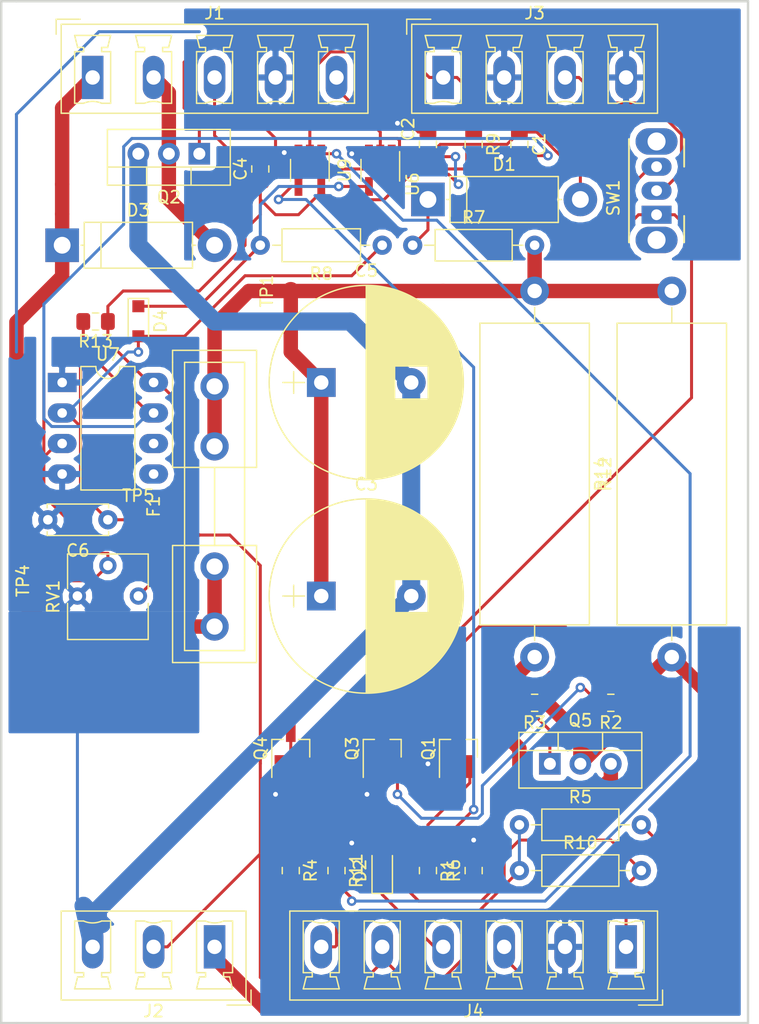
<source format=kicad_pcb>
(kicad_pcb (version 20171130) (host pcbnew "(5.0.2)-1")
  (title_block (title "NM411 shutter driver") (rev 2.0) (company "CSUC Ultra Cold"))
  (layers (0 F.Cu signal) (31 B.Cu signal) (34 B.Paste user) (35 F.Paste user) (36 B.SilkS user) (37 F.SilkS user) (38 B.Mask user) (39 F.Mask user) (44 Edge.Cuts user))
  (net 0 "")
  (net 1 "Net-(C1-Pad2)")
  (net 2 +5V)
  (net 3 GND)
  (net 4 "Net-(C6-Pad1)")
  (net 5 "Net-(D1-Pad1)")
  (net 6 /LED_R-)
  (net 7 /LED_G+)
  (net 8 /SHUTTER_LOW)
  (net 9 /SHUTTER_HI)
  (net 10 "Net-(D4-Pad1)")
  (net 11 /SHUTTER_RET)
  (net 12 +24V)
  (net 13 /OUT_TO_COMP)
  (net 14 /SIG_IN)
  (net 15 "Net-(J4-Pad6)")
  (net 16 /LED_R+)
  (net 17 "Net-(Q1-Pad2)")
  (net 18 "Net-(Q1-Pad3)")
  (net 19 /SIG)
  (net 20 "Net-(Q3-Pad3)")
  (net 21 "Net-(Q4-Pad2)")
  (net 22 "Net-(Q5-Pad3)")
  (net 23 "Net-(RV1-Pad2)")
  (net 24 "Net-(U7-Pad6)")
  (net 25 "Net-(U7-Pad5)")
  (net 26 /CAP_POWER)
  (module Connectors_Phoenix:PhoenixContact_MCV-G_05x5.08mm_Vertical (layer F.Cu) (at 107.95 81.28)
    (fp_text reference J1 (at 10.16 -5.35) (layer F.SilkS))
    (fp_text value SHUTTER)
    (pad 5 thru_hole oval (at 20.32 0) (size 1.8 3.6) (drill 1.2) (layers *.Cu *.Mask) (net 11 /SHUTTER_RET))
    (pad 4 thru_hole oval (at 15.24 0) (size 1.8 3.6) (drill 1.2) (layers *.Cu *.Mask) (net 3 GND))
    (pad 3 thru_hole oval (at 10.16 0) (size 1.8 3.6) (drill 1.2) (layers *.Cu *.Mask) (net 2 +5V))
    (pad 2 thru_hole oval (at 5.08 0) (size 1.8 3.6) (drill 1.2) (layers *.Cu *.Mask) (net 8 /SHUTTER_LOW))
    (pad 1 thru_hole rect (at 0 0) (size 1.8 3.6) (drill 1.2) (layers *.Cu *.Mask) (net 9 /SHUTTER_HI))
  )
  (module Capacitor_SMD:C_0805_2012Metric_Pad1.15x1.40mm_HandSolder (layer F.Cu) (at 135.89 86.85 90)
    (fp_text reference C2 (at 1.27 -1.65 90) (layer F.SilkS))
    (fp_text value .1u)
    (pad 2 smd roundrect (at 1.025 0 90) (size 1.15 1.4) (layers F.Cu F.Paste F.Mask) (roundrect_rratio 0.217391) (net 3 GND))
    (pad 1 smd roundrect (at -1.025 0 90) (size 1.15 1.4) (layers F.Cu F.Paste F.Mask) (roundrect_rratio 0.217391) (net 2 +5V))
  )
  (module Capacitor_SMD:C_0805_2012Metric_Pad1.15x1.40mm_HandSolder (layer F.Cu) (at 143.51 86.85 270)
    (fp_text reference C1 (at 0 -1.65 270) (layer F.SilkS))
    (fp_text value 1n)
    (pad 2 smd roundrect (at 1.025 0 270) (size 1.15 1.4) (layers F.Cu F.Paste F.Mask) (roundrect_rratio 0.217391) (net 1 "Net-(C1-Pad2)"))
    (pad 1 smd roundrect (at -1.025 0 270) (size 1.15 1.4) (layers F.Cu F.Paste F.Mask) (roundrect_rratio 0.217391) (net 2 +5V))
  )
  (module Capacitor_SMD:C_0805_2012Metric_Pad1.15x1.40mm_HandSolder (layer F.Cu) (at 121.92 88.9 90)
    (fp_text reference C4 (at 0 -1.65 90) (layer F.SilkS))
    (fp_text value .1u)
    (pad 2 smd roundrect (at 1.025 0 90) (size 1.15 1.4) (layers F.Cu F.Paste F.Mask) (roundrect_rratio 0.217391) (net 3 GND))
    (pad 1 smd roundrect (at -1.025 0 90) (size 1.15 1.4) (layers F.Cu F.Paste F.Mask) (roundrect_rratio 0.217391) (net 2 +5V))
  )
  (module Diode_SMD:D_SOD-323_HandSoldering (layer F.Cu) (at 111.76 101.58 270)
    (fp_text reference D4 (at 0 -1.85 270) (layer F.SilkS))
    (fp_text value 1N914)
    (pad 2 smd rect (at 1.25 0 270) (size 1 1) (layers F.Cu F.Paste F.Mask) (net 4 "Net-(C6-Pad1)"))
    (pad 1 smd rect (at -1.25 0 270) (size 1 1) (layers F.Cu F.Paste F.Mask) (net 10 "Net-(D4-Pad1)"))
  )
  (module Diode_SMD:D_SOD-323_HandSoldering (layer F.Cu) (at 132.08 147.32 90)
    (fp_text reference D2 (at 0 -1.85 90) (layer F.SilkS))
    (fp_text value 1N914)
    (pad 1 smd rect (at -1.25 0 90) (size 1 1) (layers F.Cu F.Paste F.Mask) (net 6 /LED_R-))
    (pad 2 smd rect (at 1.25 0 90) (size 1 1) (layers F.Cu F.Paste F.Mask) (net 7 /LED_G+))
  )
  (module Package_TO_SOT_SMD:SOT-23_Handsoldering (layer F.Cu) (at 132.08 137.16 90)
    (fp_text reference Q3 (at 0 -2.5 90) (layer F.SilkS))
    (fp_text value 2N3904)
    (pad 1 smd rect (at -1.5 -0.95 90) (size 1.9 0.8) (layers F.Cu F.Paste F.Mask) (net 3 GND))
    (pad 2 smd rect (at -1.5 0.95 90) (size 1.9 0.8) (layers F.Cu F.Paste F.Mask) (net 18 "Net-(Q1-Pad3)"))
    (pad 3 smd rect (at 1.5 0 90) (size 1.9 0.8) (layers F.Cu F.Paste F.Mask) (net 20 "Net-(Q3-Pad3)"))
  )
  (module Package_TO_SOT_SMD:SOT-23_Handsoldering (layer F.Cu) (at 124.46 137.16 90)
    (fp_text reference Q4 (at 0 -2.5 90) (layer F.SilkS))
    (fp_text value 2N3904)
    (pad 3 smd rect (at 1.5 0 90) (size 1.9 0.8) (layers F.Cu F.Paste F.Mask) (net 6 /LED_R-))
    (pad 2 smd rect (at -1.5 0.95 90) (size 1.9 0.8) (layers F.Cu F.Paste F.Mask) (net 21 "Net-(Q4-Pad2)"))
    (pad 1 smd rect (at -1.5 -0.95 90) (size 1.9 0.8) (layers F.Cu F.Paste F.Mask) (net 3 GND))
  )
  (module Package_TO_SOT_SMD:SOT-23_Handsoldering (layer F.Cu) (at 138.43 137.16 90)
    (fp_text reference Q1 (at 0 -2.5 90) (layer F.SilkS))
    (fp_text value 2N3904)
    (pad 1 smd rect (at -1.5 -0.95 90) (size 1.9 0.8) (layers F.Cu F.Paste F.Mask) (net 3 GND))
    (pad 2 smd rect (at -1.5 0.95 90) (size 1.9 0.8) (layers F.Cu F.Paste F.Mask) (net 17 "Net-(Q1-Pad2)"))
    (pad 3 smd rect (at 1.5 0 90) (size 1.9 0.8) (layers F.Cu F.Paste F.Mask) (net 18 "Net-(Q1-Pad3)"))
  )
  (module Resistor_SMD:R_0805_2012Metric_Pad1.15x1.40mm_HandSolder (layer F.Cu) (at 128.27 147.32 270)
    (fp_text reference R11 (at 0 -1.65 270) (layer F.SilkS))
    (fp_text value 10K)
    (pad 2 smd roundrect (at 1.025 0 270) (size 1.15 1.4) (layers F.Cu F.Paste F.Mask) (roundrect_rratio 0.217391) (net 15 "Net-(J4-Pad6)"))
    (pad 1 smd roundrect (at -1.025 0 270) (size 1.15 1.4) (layers F.Cu F.Paste F.Mask) (roundrect_rratio 0.217391) (net 3 GND))
  )
  (module Resistor_SMD:R_0805_2012Metric_Pad1.15x1.40mm_HandSolder (layer F.Cu) (at 135.89 147.32 270)
    (fp_text reference R1 (at 0 -1.65 270) (layer F.SilkS))
    (fp_text value 10k)
    (pad 1 smd roundrect (at -1.025 0 270) (size 1.15 1.4) (layers F.Cu F.Paste F.Mask) (roundrect_rratio 0.217391) (net 17 "Net-(Q1-Pad2)"))
    (pad 2 smd roundrect (at 1.025 0 270) (size 1.15 1.4) (layers F.Cu F.Paste F.Mask) (roundrect_rratio 0.217391) (net 19 /SIG))
  )
  (module Resistor_SMD:R_0805_2012Metric_Pad1.15x1.40mm_HandSolder (layer F.Cu) (at 144.78 133.35 180)
    (fp_text reference R3 (at 0 -1.65 180) (layer F.SilkS))
    (fp_text value 10k)
    (pad 2 smd roundrect (at 1.025 0 180) (size 1.15 1.4) (layers F.Cu F.Paste F.Mask) (roundrect_rratio 0.217391) (net 20 "Net-(Q3-Pad3)"))
    (pad 1 smd roundrect (at -1.025 0 180) (size 1.15 1.4) (layers F.Cu F.Paste F.Mask) (roundrect_rratio 0.217391) (net 12 +24V))
  )
  (module Resistor_SMD:R_0805_2012Metric_Pad1.15x1.40mm_HandSolder (layer F.Cu) (at 124.46 147.32 270)
    (fp_text reference R4 (at 0 -1.65 270) (layer F.SilkS))
    (fp_text value 4.7k)
    (pad 1 smd roundrect (at -1.025 0 270) (size 1.15 1.4) (layers F.Cu F.Paste F.Mask) (roundrect_rratio 0.217391) (net 21 "Net-(Q4-Pad2)"))
    (pad 2 smd roundrect (at 1.025 0 270) (size 1.15 1.4) (layers F.Cu F.Paste F.Mask) (roundrect_rratio 0.217391) (net 11 /SHUTTER_RET))
  )
  (module Resistor_SMD:R_0805_2012Metric_Pad1.15x1.40mm_HandSolder (layer F.Cu) (at 139.7 147.32 90)
    (fp_text reference R6 (at 0 -1.65 90) (layer F.SilkS))
    (fp_text value 10k)
    (pad 2 smd roundrect (at 1.025 0 90) (size 1.15 1.4) (layers F.Cu F.Paste F.Mask) (roundrect_rratio 0.217391) (net 3 GND))
    (pad 1 smd roundrect (at -1.025 0 90) (size 1.15 1.4) (layers F.Cu F.Paste F.Mask) (roundrect_rratio 0.217391) (net 19 /SIG))
  )
  (module Resistor_SMD:R_0805_2012Metric_Pad1.15x1.40mm_HandSolder (layer F.Cu) (at 139.7 86.85 270)
    (fp_text reference R9 (at 0 -1.65 270) (layer F.SilkS))
    (fp_text value 10k)
    (pad 1 smd roundrect (at -1.025 0 270) (size 1.15 1.4) (layers F.Cu F.Paste F.Mask) (roundrect_rratio 0.217391) (net 14 /SIG_IN))
    (pad 2 smd roundrect (at 1.025 0 270) (size 1.15 1.4) (layers F.Cu F.Paste F.Mask) (roundrect_rratio 0.217391) (net 3 GND))
  )
  (module Resistor_SMD:R_0805_2012Metric_Pad1.15x1.40mm_HandSolder (layer F.Cu) (at 108.195 101.6 180)
    (fp_text reference R13 (at 0 -1.65 180) (layer F.SilkS))
    (fp_text value 10k)
    (pad 2 smd roundrect (at 1.025 0 180) (size 1.15 1.4) (layers F.Cu F.Paste F.Mask) (roundrect_rratio 0.217391) (net 1 "Net-(C1-Pad2)"))
    (pad 1 smd roundrect (at -1.025 0 180) (size 1.15 1.4) (layers F.Cu F.Paste F.Mask) (roundrect_rratio 0.217391) (net 2 +5V))
  )
  (module Resistor_SMD:R_0805_2012Metric_Pad1.15x1.40mm_HandSolder (layer F.Cu) (at 151.13 133.35 180)
    (fp_text reference R2 (at 0 -1.65 180) (layer F.SilkS))
    (fp_text value 10k)
    (pad 1 smd roundrect (at -1.025 0 180) (size 1.15 1.4) (layers F.Cu F.Paste F.Mask) (roundrect_rratio 0.217391) (net 12 +24V))
    (pad 2 smd roundrect (at 1.025 0 180) (size 1.15 1.4) (layers F.Cu F.Paste F.Mask) (roundrect_rratio 0.217391) (net 18 "Net-(Q1-Pad3)"))
  )
  (module Resistor_THT:R_Axial_DIN0207_L6.3mm_D2.5mm_P10.16mm_Horizontal (layer F.Cu) (at 132.08 95.25 180)
    (fp_text reference R8 (at 5.08 -2.37 180) (layer F.SilkS))
    (fp_text value 50k)
    (pad 1 thru_hole circle (at 0 0 180) (size 1.6 1.6) (drill 0.8) (layers *.Cu *.Mask) (net 4 "Net-(C6-Pad1)"))
    (pad 2 thru_hole oval (at 10.16 0 180) (size 1.6 1.6) (drill 0.8) (layers *.Cu *.Mask) (net 10 "Net-(D4-Pad1)"))
  )
  (module Fuse_Holders_and_Fuses:Fuseholder5x20_horiz_open_inline_Type-I (layer F.Cu) (at 118.11 127 90)
    (fp_text reference F1 (at 10 -5.08 90) (layer F.SilkS))
    (fp_text value Fuse)
    (pad 2 thru_hole circle (at 15 0 90) (size 2.35 2.35) (drill 1.35) (layers *.Cu *.Mask) (net 26 /CAP_POWER))
    (pad 2 thru_hole circle (at 20 0 90) (size 2.35 2.35) (drill 1.35) (layers *.Cu *.Mask) (net 26 /CAP_POWER))
    (pad 1 thru_hole circle (at 5 0 90) (size 2.35 2.35) (drill 1.35) (layers *.Cu *.Mask) (net 9 /SHUTTER_HI))
    (pad 1 thru_hole circle (at 0 0 90) (size 2.35 2.35) (drill 1.35) (layers *.Cu *.Mask) (net 9 /SHUTTER_HI))
  )
  (module Connectors_Phoenix:PhoenixContact_MCV-G_06x5.08mm_Vertical (layer F.Cu) (at 152.4 153.67 180)
    (fp_text reference J4 (at 12.7 -5.35 180) (layer F.SilkS))
    (fp_text value FRONT)
    (pad 6 thru_hole oval (at 25.4 0 180) (size 1.8 3.6) (drill 1.2) (layers *.Cu *.Mask) (net 15 "Net-(J4-Pad6)"))
    (pad 5 thru_hole oval (at 20.32 0 180) (size 1.8 3.6) (drill 1.2) (layers *.Cu *.Mask) (net 2 +5V))
    (pad 4 thru_hole oval (at 15.24 0 180) (size 1.8 3.6) (drill 1.2) (layers *.Cu *.Mask) (net 6 /LED_R-))
    (pad 3 thru_hole oval (at 10.16 0 180) (size 1.8 3.6) (drill 1.2) (layers *.Cu *.Mask) (net 16 /LED_R+))
    (pad 2 thru_hole oval (at 5.08 0 180) (size 1.8 3.6) (drill 1.2) (layers *.Cu *.Mask) (net 3 GND))
    (pad 1 thru_hole rect (at 0 0 180) (size 1.8 3.6) (drill 1.2) (layers *.Cu *.Mask) (net 7 /LED_G+))
  )
  (module Measurement_Points:Measurement_Point_Round-SMD-Pad_Small (layer F.Cu) (at 111.76 118.11)
    (fp_text reference TP5 (at 0 -2) (layer F.SilkS))
    (fp_text value V_RC)
    (pad 1 smd circle (at 0 0) (size 1.5 1.5) (layers F.Cu F.Mask) (net 4 "Net-(C6-Pad1)"))
  )
  (module Connectors_Phoenix:PhoenixContact_MCV-G_04x5.08mm_Vertical (layer F.Cu) (at 137.16 81.28)
    (fp_text reference J3 (at 7.62 -5.35) (layer F.SilkS))
    (fp_text value I/O)
    (pad 4 thru_hole oval (at 15.24 0) (size 1.8 3.6) (drill 1.2) (layers *.Cu *.Mask) (net 3 GND))
    (pad 3 thru_hole oval (at 10.16 0) (size 1.8 3.6) (drill 1.2) (layers *.Cu *.Mask) (net 13 /OUT_TO_COMP))
    (pad 2 thru_hole oval (at 5.08 0) (size 1.8 3.6) (drill 1.2) (layers *.Cu *.Mask) (net 3 GND))
    (pad 1 thru_hole rect (at 0 0) (size 1.8 3.6) (drill 1.2) (layers *.Cu *.Mask) (net 14 /SIG_IN))
  )
  (module Capacitors_THT:CP_Radial_D16.0mm_P7.50mm (layer F.Cu) (at 127 124.46)
    (fp_text reference C3 (at 3.75 -9.31) (layer F.SilkS))
    (fp_text value 2200uF)
    (pad 1 thru_hole rect (at 0 0) (size 2.4 2.4) (drill 1.2) (layers *.Cu *.Mask) (net 26 /CAP_POWER))
    (pad 2 thru_hole circle (at 7.5 0) (size 2.4 2.4) (drill 1.2) (layers *.Cu *.Mask) (net 3 GND))
  )
  (module TO_SOT_Packages_THT:TO-220-3_Vertical (layer F.Cu) (at 116.84 87.63 180)
    (fp_text reference Q2 (at 2.54 -3.62 180) (layer F.SilkS))
    (fp_text value FQP30N06L-ND)
    (pad 3 thru_hole oval (at 5.08 0 180) (size 1.8 1.8) (drill 1) (layers *.Cu *.Mask) (net 3 GND))
    (pad 2 thru_hole oval (at 2.54 0 180) (size 1.8 1.8) (drill 1) (layers *.Cu *.Mask) (net 8 /SHUTTER_LOW))
    (pad 1 thru_hole rect (at 0 0 180) (size 1.8 1.8) (drill 1) (layers *.Cu *.Mask) (net 19 /SIG))
  )
  (module Resistors_THT:R_Axial_DIN0207_L6.3mm_D2.5mm_P10.16mm_Horizontal (layer F.Cu) (at 143.51 147.32)
    (fp_text reference R10 (at 5.08 -2.31) (layer F.SilkS))
    (fp_text value 220)
    (pad 2 thru_hole oval (at 10.16 0) (size 1.6 1.6) (drill 0.8) (layers *.Cu *.Mask) (net 7 /LED_G+))
    (pad 1 thru_hole circle (at 0 0) (size 1.6 1.6) (drill 0.8) (layers *.Cu *.Mask) (net 2 +5V))
  )
  (module Resistors_THT:R_Axial_Power_L25.0mm_W9.0mm_P30.48mm (layer F.Cu) (at 156.21 129.54 90)
    (fp_text reference R12 (at 15.24 -5.56 90) (layer F.SilkS))
    (fp_text value 50)
    (pad 1 thru_hole circle (at 0 0 90) (size 2.4 2.4) (drill 1.2) (layers *.Cu *.Mask) (net 12 +24V))
    (pad 2 thru_hole oval (at 30.48 0 90) (size 2.4 2.4) (drill 1.2) (layers *.Cu *.Mask) (net 26 /CAP_POWER))
  )
  (module Resistors_THT:R_Axial_DIN0207_L6.3mm_D2.5mm_P10.16mm_Horizontal (layer F.Cu) (at 143.51 143.51)
    (fp_text reference R5 (at 5.08 -2.31) (layer F.SilkS))
    (fp_text value 220)
    (pad 1 thru_hole circle (at 0 0) (size 1.6 1.6) (drill 0.8) (layers *.Cu *.Mask) (net 2 +5V))
    (pad 2 thru_hole oval (at 10.16 0) (size 1.6 1.6) (drill 0.8) (layers *.Cu *.Mask) (net 16 /LED_R+))
  )
  (module Capacitors_THT:CP_Radial_D16.0mm_P7.50mm (layer F.Cu) (at 127 106.68)
    (fp_text reference C5 (at 3.75 -9.31) (layer F.SilkS))
    (fp_text value 2200uF)
    (pad 2 thru_hole circle (at 7.5 0) (size 2.4 2.4) (drill 1.2) (layers *.Cu *.Mask) (net 3 GND))
    (pad 1 thru_hole rect (at 0 0) (size 2.4 2.4) (drill 1.2) (layers *.Cu *.Mask) (net 26 /CAP_POWER))
  )
  (module Potentiometers:Potentiometer_Trimmer_Vishay_T73YP_Horizontal (layer F.Cu) (at 111.76 124.46 90)
    (fp_text reference RV1 (at -0.06 -7.09 90) (layer F.SilkS))
    (fp_text value 10k)
    (pad 1 thru_hole circle (at 0 0 90) (size 1.44 1.44) (drill 0.8) (layers *.Cu *.Mask) (net 2 +5V))
    (pad 2 thru_hole circle (at 2.54 -2.54 90) (size 1.44 1.44) (drill 0.8) (layers *.Cu *.Mask) (net 23 "Net-(RV1-Pad2)"))
    (pad 3 thru_hole circle (at 0 -5.08 90) (size 1.44 1.44) (drill 0.8) (layers *.Cu *.Mask) (net 3 GND))
  )
  (module Resistors_THT:R_Axial_DIN0207_L6.3mm_D2.5mm_P10.16mm_Horizontal (layer F.Cu) (at 134.62 95.25)
    (fp_text reference R7 (at 5.08 -2.31) (layer F.SilkS))
    (fp_text value 5)
    (pad 2 thru_hole oval (at 10.16 0) (size 1.6 1.6) (drill 0.8) (layers *.Cu *.Mask) (net 26 /CAP_POWER))
    (pad 1 thru_hole circle (at 0 0) (size 1.6 1.6) (drill 0.8) (layers *.Cu *.Mask) (net 5 "Net-(D1-Pad1)"))
  )
  (module Capacitors_THT:C_Disc_D5.0mm_W2.5mm_P5.00mm (layer F.Cu) (at 109.22 118.11 180)
    (fp_text reference C6 (at 2.5 -2.56 180) (layer F.SilkS))
    (fp_text value 1u)
    (pad 2 thru_hole circle (at 5 0 180) (size 1.6 1.6) (drill 0.8) (layers *.Cu *.Mask) (net 3 GND))
    (pad 1 thru_hole circle (at 0 0 180) (size 1.6 1.6) (drill 0.8) (layers *.Cu *.Mask) (net 4 "Net-(C6-Pad1)"))
  )
  (module Connectors_Phoenix:PhoenixContact_MCV-G_03x5.08mm_Vertical (layer F.Cu) (at 118.11 153.67 180)
    (fp_text reference J2 (at 5.08 -5.35 180) (layer F.SilkS))
    (fp_text value POWER)
    (pad 3 thru_hole oval (at 10.16 0 180) (size 1.8 3.6) (drill 1.2) (layers *.Cu *.Mask) (net 3 GND))
    (pad 2 thru_hole oval (at 5.08 0 180) (size 1.8 3.6) (drill 1.2) (layers *.Cu *.Mask) (net 2 +5V))
    (pad 1 thru_hole rect (at 0 0 180) (size 1.8 3.6) (drill 1.2) (layers *.Cu *.Mask) (net 12 +24V))
  )
  (module TO_SOT_Packages_THT:TO-220-3_Vertical (layer F.Cu) (at 146.05 138.43)
    (fp_text reference Q5 (at 2.54 -3.62) (layer F.SilkS))
    (fp_text value Q_PMOS_GDS)
    (pad 1 thru_hole rect (at 0 0) (size 1.8 1.8) (drill 1) (layers *.Cu *.Mask) (net 20 "Net-(Q3-Pad3)"))
    (pad 2 thru_hole oval (at 2.54 0) (size 1.8 1.8) (drill 1) (layers *.Cu *.Mask) (net 12 +24V))
    (pad 3 thru_hole oval (at 5.08 0) (size 1.8 1.8) (drill 1) (layers *.Cu *.Mask) (net 22 "Net-(Q5-Pad3)"))
  )
  (module Diodes_THT:D_5W_P12.70mm_Horizontal (layer F.Cu) (at 135.89 91.44)
    (fp_text reference D1 (at 6.35 -2.91) (layer F.SilkS))
    (fp_text value N4001)
    (pad 1 thru_hole rect (at 0 0) (size 2.8 2.8) (drill 1.4) (layers *.Cu *.Mask) (net 5 "Net-(D1-Pad1)"))
    (pad 2 thru_hole oval (at 12.7 0) (size 2.8 2.8) (drill 1.4) (layers *.Cu *.Mask) (net 2 +5V))
  )
  (module Diodes_THT:D_5W_P12.70mm_Horizontal (layer F.Cu) (at 105.41 95.25)
    (fp_text reference D3 (at 6.35 -2.91) (layer F.SilkS))
    (fp_text value N4001)
    (pad 2 thru_hole oval (at 12.7 0) (size 2.8 2.8) (drill 1.4) (layers *.Cu *.Mask) (net 8 /SHUTTER_LOW))
    (pad 1 thru_hole rect (at 0 0) (size 2.8 2.8) (drill 1.4) (layers *.Cu *.Mask) (net 9 /SHUTTER_HI))
  )
  (module Resistors_THT:R_Axial_Power_L25.0mm_W9.0mm_P30.48mm (layer F.Cu) (at 144.78 99.06 270)
    (fp_text reference R14 (at 15.24 -5.56 270) (layer F.SilkS))
    (fp_text value 50)
    (pad 2 thru_hole oval (at 30.48 0 270) (size 2.4 2.4) (drill 1.2) (layers *.Cu *.Mask) (net 22 "Net-(Q5-Pad3)"))
    (pad 1 thru_hole circle (at 0 0 270) (size 2.4 2.4) (drill 1.2) (layers *.Cu *.Mask) (net 26 /CAP_POWER))
  )
  (module Buttons_Switches_THT:SW_CuK_OS102011MA1QN1_SPDT_Angled (layer F.Cu) (at 154.94 92.71 90)
    (fp_text reference SW1 (at 1.4 -3.6 90) (layer F.SilkS))
    (fp_text value SW_DPDT_x2)
    (pad 1 thru_hole rect (at 0 0 90) (size 1.5 2.5) (drill 0.9) (layers *.Cu *.Mask) (net 11 /SHUTTER_RET))
    (pad 2 thru_hole oval (at 2 0 90) (size 1.5 2.5) (drill 0.9) (layers *.Cu *.Mask) (net 13 /OUT_TO_COMP))
    (pad 3 thru_hole oval (at 4 0 90) (size 1.5 2.5) (drill 0.9) (layers *.Cu *.Mask) (net 1 "Net-(C1-Pad2)"))
    (pad "" thru_hole oval (at -2.1 0 90) (size 2.2 3.5) (drill 1.5) (layers *.Cu *.Mask))
    (pad "" thru_hole oval (at 6.1 0 90) (size 2.2 3.5) (drill 1.5) (layers *.Cu *.Mask))
  )
  (module Measurement_Points:Measurement_Point_Round-SMD-Pad_Small (layer F.Cu) (at 124.46 99.06 90)
    (fp_text reference TP1 (at 0 -2 90) (layer F.SilkS))
    (fp_text value CAP_SHORT)
    (pad 1 smd circle (at 0 0 90) (size 1.5 1.5) (layers F.Cu F.Mask) (net 26 /CAP_POWER))
  )
  (module Measurement_Points:Measurement_Point_Round-SMD-Pad_Small (layer F.Cu) (at 104.14 123.19 90)
    (fp_text reference TP4 (at 0 -2 90) (layer F.SilkS))
    (fp_text value V_trig)
    (pad 1 smd circle (at 0 0 90) (size 1.5 1.5) (layers F.Cu F.Mask) (net 23 "Net-(RV1-Pad2)"))
  )
  (module TO_SOT_Packages_SMD:SOT-23-5_HandSoldering (layer F.Cu) (at 131.920958 89.005862 270)
    (fp_text reference U6 (at 1.164138 -2.699042 270) (layer F.SilkS))
    (fp_text value SN74LVC1G86)
    (pad 5 smd rect (at 1.35 -0.95 270) (size 1.56 0.65) (layers F.Cu F.Paste F.Mask) (net 2 +5V))
    (pad 4 smd rect (at 1.35 0.95 270) (size 1.56 0.65) (layers F.Cu F.Paste F.Mask) (net 10 "Net-(D4-Pad1)"))
    (pad 3 smd rect (at -1.35 0.95 270) (size 1.56 0.65) (layers F.Cu F.Paste F.Mask) (net 3 GND))
    (pad 2 smd rect (at -1.35 0 270) (size 1.56 0.65) (layers F.Cu F.Paste F.Mask) (net 11 /SHUTTER_RET))
    (pad 1 smd rect (at -1.35 -0.95 270) (size 1.56 0.65) (layers F.Cu F.Paste F.Mask) (net 19 /SIG))
  )
  (module Housings_DIP:DIP-8_W7.62mm_LongPads (layer F.Cu) (at 105.41 106.68)
    (fp_text reference U7 (at 3.81 -2.33) (layer F.SilkS))
    (fp_text value LM311)
    (pad 1 thru_hole rect (at 0 0) (size 2.4 1.6) (drill 0.8) (layers *.Cu *.Mask) (net 3 GND))
    (pad 5 thru_hole oval (at 7.62 7.62) (size 2.4 1.6) (drill 0.8) (layers *.Cu *.Mask) (net 25 "Net-(U7-Pad5)"))
    (pad 2 thru_hole oval (at 0 2.54) (size 2.4 1.6) (drill 0.8) (layers *.Cu *.Mask) (net 4 "Net-(C6-Pad1)"))
    (pad 6 thru_hole oval (at 7.62 5.08) (size 2.4 1.6) (drill 0.8) (layers *.Cu *.Mask) (net 24 "Net-(U7-Pad6)"))
    (pad 3 thru_hole oval (at 0 5.08) (size 2.4 1.6) (drill 0.8) (layers *.Cu *.Mask) (net 23 "Net-(RV1-Pad2)"))
    (pad 7 thru_hole oval (at 7.62 2.54) (size 2.4 1.6) (drill 0.8) (layers *.Cu *.Mask) (net 1 "Net-(C1-Pad2)"))
    (pad 4 thru_hole oval (at 0 7.62) (size 2.4 1.6) (drill 0.8) (layers *.Cu *.Mask) (net 3 GND))
    (pad 8 thru_hole oval (at 7.62 0) (size 2.4 1.6) (drill 0.8) (layers *.Cu *.Mask) (net 2 +5V))
  )
  (module TO_SOT_Packages_SMD:SOT-23-5_HandSoldering (layer F.Cu) (at 126.05 89.005862 270)
    (fp_text reference U9 (at 0 -2.9 270) (layer F.SilkS))
    (fp_text value SN74LVC1G86)
    (pad 1 smd rect (at -1.35 -0.95 270) (size 1.56 0.65) (layers F.Cu F.Paste F.Mask) (net 15 "Net-(J4-Pad6)"))
    (pad 2 smd rect (at -1.35 0 270) (size 1.56 0.65) (layers F.Cu F.Paste F.Mask) (net 14 /SIG_IN))
    (pad 3 smd rect (at -1.35 0.95 270) (size 1.56 0.65) (layers F.Cu F.Paste F.Mask) (net 3 GND))
    (pad 4 smd rect (at 1.35 0.95 270) (size 1.56 0.65) (layers F.Cu F.Paste F.Mask) (net 19 /SIG))
    (pad 5 smd rect (at 1.35 -0.95 270) (size 1.56 0.65) (layers F.Cu F.Paste F.Mask) (net 2 +5V))
  )
  (gr_line (start 101.6 160.02) (end 100.33 160.02) (layer Edge.Cuts) (width 0.2))
  (gr_line (start 101.6 74.93) (end 100.33 74.93) (layer Edge.Cuts) (width 0.2))
  (gr_line (start 101.6 74.93) (end 162.56 74.93) (layer Edge.Cuts) (width 0.2))
  (gr_line (start 100.33 160.02) (end 100.33 74.93) (layer Edge.Cuts) (width 0.2))
  (gr_line (start 162.56 160.02) (end 101.6 160.02) (layer Edge.Cuts) (width 0.2))
  (gr_line (start 162.56 74.93) (end 162.56 160.02) (layer Edge.Cuts) (width 0.2))
  (segment (start 108.474998 77.47) (end 101.6 84.344998) (width 0.25) (layer B.Cu) (net 0))
  (segment (start 116.84 77.47) (end 108.474998 77.47) (width 0.25) (layer B.Cu) (net 0))
  (segment (start 101.6 84.344998) (end 101.6 104.14) (width 0.25) (layer B.Cu) (net 0))
  (segment (start 106.68 134.62) (end 106.68 149.74) (width 0.25) (layer B.Cu) (net 3))
  (segment (start 154.44 88.71) (end 149.17 93.98) (width 0.25) (layer F.Cu) (net 1))
  (segment (start 154.94 88.71) (end 154.44 88.71) (width 0.25) (layer F.Cu) (net 1))
  (segment (start 149.17 93.98) (end 147.32 93.98) (width 0.25) (layer F.Cu) (net 1))
  (segment (start 143.51 90.17) (end 143.51 87.875) (width 0.25) (layer F.Cu) (net 1))
  (segment (start 147.32 93.98) (end 143.51 90.17) (width 0.25) (layer F.Cu) (net 1))
  (segment (start 107.17 102.4) (end 107.17 101.6) (width 0.25) (layer F.Cu) (net 1))
  (segment (start 107.17 103.76) (end 107.17 102.4) (width 0.25) (layer F.Cu) (net 1))
  (segment (start 112.63 109.22) (end 107.17 103.76) (width 0.25) (layer F.Cu) (net 1))
  (segment (start 113.03 109.22) (end 112.63 109.22) (width 0.25) (layer F.Cu) (net 1))
  (segment (start 110.534999 87.041999) (end 111.216998 86.36) (width 0.25) (layer B.Cu) (net 1))
  (segment (start 110.534999 93.510003) (end 110.534999 87.041999) (width 0.25) (layer B.Cu) (net 1))
  (segment (start 112.63 109.22) (end 111.50499 110.34501) (width 0.25) (layer B.Cu) (net 1))
  (segment (start 113.03 109.22) (end 112.63 109.22) (width 0.25) (layer B.Cu) (net 1))
  (segment (start 111.50499 110.34501) (end 104.544006 110.34501) (width 0.25) (layer B.Cu) (net 1))
  (segment (start 104.544006 110.34501) (end 103.88499 109.685994) (width 0.25) (layer B.Cu) (net 1))
  (segment (start 103.88499 109.685994) (end 103.88499 100.160012) (width 0.25) (layer B.Cu) (net 1))
  (segment (start 103.88499 100.160012) (end 110.534999 93.510003) (width 0.25) (layer B.Cu) (net 1))
  (segment (start 111.216998 86.36) (end 144.78 86.36) (width 0.25) (layer B.Cu) (net 1))
  (segment (start 144.78 86.36) (end 146.05 87.63) (width 0.25) (layer B.Cu) (net 1))
  (via (at 145.892296 87.787704) (size 0.8) (drill 0.4) (layers F.Cu B.Cu) (net 1))
  (segment (start 146.05 87.63) (end 145.892296 87.787704) (width 0.25) (layer B.Cu) (net 1))
  (segment (start 143.597296 87.787704) (end 143.51 87.875) (width 0.25) (layer F.Cu) (net 1))
  (segment (start 145.892296 87.787704) (end 143.597296 87.787704) (width 0.25) (layer F.Cu) (net 1))
  (segment (start 118.11 86.115) (end 118.11 81.28) (width 0.25) (layer F.Cu) (net 2))
  (segment (start 121.92 89.925) (end 118.11 86.115) (width 0.25) (layer F.Cu) (net 2))
  (segment (start 122.543372 89.301628) (end 121.92 89.925) (width 0.25) (layer F.Cu) (net 2))
  (segment (start 127 90.355862) (end 127 89.900862) (width 0.25) (layer F.Cu) (net 2))
  (segment (start 136.915 86.85) (end 135.89 87.875) (width 0.25) (layer F.Cu) (net 2))
  (segment (start 143.51 85.825) (end 142.485 86.85) (width 0.25) (layer F.Cu) (net 2))
  (segment (start 142.485 86.85) (end 136.915 86.85) (width 0.25) (layer F.Cu) (net 2))
  (segment (start 127 90.810862) (end 127 90.355862) (width 0.25) (layer F.Cu) (net 2))
  (segment (start 127.650001 91.460863) (end 127 90.810862) (width 0.25) (layer F.Cu) (net 2))
  (segment (start 132.220957 91.460863) (end 127.650001 91.460863) (width 0.25) (layer F.Cu) (net 2))
  (segment (start 132.870958 90.810862) (end 132.220957 91.460863) (width 0.25) (layer F.Cu) (net 2))
  (segment (start 132.870958 90.355862) (end 132.870958 90.810862) (width 0.25) (layer F.Cu) (net 2))
  (segment (start 127 90.810862) (end 125.100862 92.71) (width 0.25) (layer F.Cu) (net 2))
  (segment (start 125.100862 92.71) (end 123.19 92.71) (width 0.25) (layer F.Cu) (net 2))
  (segment (start 123.19 92.71) (end 121.92 91.44) (width 0.25) (layer F.Cu) (net 2))
  (segment (start 121.92 91.44) (end 121.92 89.925) (width 0.25) (layer F.Cu) (net 2))
  (segment (start 114.18 153.67) (end 121.92 145.93) (width 0.25) (layer F.Cu) (net 2))
  (segment (start 113.03 153.67) (end 114.18 153.67) (width 0.25) (layer F.Cu) (net 2))
  (segment (start 132.08 154.94) (end 132.08 153.67) (width 0.25) (layer F.Cu) (net 2))
  (segment (start 129.54 157.48) (end 132.08 154.94) (width 0.25) (layer F.Cu) (net 2))
  (segment (start 123.19 157.48) (end 129.54 157.48) (width 0.25) (layer F.Cu) (net 2))
  (segment (start 121.92 156.21) (end 123.19 157.48) (width 0.25) (layer F.Cu) (net 2))
  (segment (start 132.08 154.57) (end 134.99 157.48) (width 0.25) (layer F.Cu) (net 2))
  (segment (start 132.08 153.67) (end 132.08 154.57) (width 0.25) (layer F.Cu) (net 2))
  (segment (start 135.982425 157.48) (end 139.7 153.762425) (width 0.25) (layer F.Cu) (net 2))
  (segment (start 134.99 157.48) (end 135.982425 157.48) (width 0.25) (layer F.Cu) (net 2))
  (segment (start 139.7 151.13) (end 143.51 147.32) (width 0.25) (layer F.Cu) (net 2))
  (segment (start 139.7 153.762425) (end 139.7 151.13) (width 0.25) (layer F.Cu) (net 2))
  (segment (start 144.31 85.825) (end 143.51 85.825) (width 0.25) (layer F.Cu) (net 2))
  (segment (start 144.954898 85.825) (end 144.31 85.825) (width 0.25) (layer F.Cu) (net 2))
  (segment (start 148.59 89.460102) (end 144.954898 85.825) (width 0.25) (layer F.Cu) (net 2))
  (segment (start 148.59 91.44) (end 148.59 89.460102) (width 0.25) (layer F.Cu) (net 2))
  (segment (start 121.92 138.43) (end 121.92 156.21) (width 0.25) (layer F.Cu) (net 2))
  (segment (start 121.92 138.04) (end 121.92 138.43) (width 0.25) (layer F.Cu) (net 2))
  (segment (start 116.84 119.38) (end 115.57 120.65) (width 0.25) (layer F.Cu) (net 2))
  (segment (start 119.38 119.38) (end 116.84 119.38) (width 0.25) (layer F.Cu) (net 2))
  (segment (start 121.92 138.43) (end 121.92 121.92) (width 0.25) (layer F.Cu) (net 2))
  (segment (start 121.92 121.92) (end 119.38 119.38) (width 0.25) (layer F.Cu) (net 2))
  (segment (start 121.92 92.71) (end 120.65 93.98) (width 0.25) (layer F.Cu) (net 2))
  (segment (start 121.92 91.44) (end 121.92 92.71) (width 0.25) (layer F.Cu) (net 2))
  (segment (start 120.65 93.98) (end 120.65 95.25) (width 0.25) (layer F.Cu) (net 2))
  (segment (start 120.65 95.25) (end 116.84 99.06) (width 0.25) (layer F.Cu) (net 2))
  (segment (start 116.84 99.06) (end 110.49 99.06) (width 0.25) (layer F.Cu) (net 2))
  (segment (start 110.49 99.06) (end 109.22 100.33) (width 0.25) (layer F.Cu) (net 2))
  (segment (start 109.22 100.33) (end 109.22 101.6) (width 0.25) (layer F.Cu) (net 2))
  (segment (start 116.84 119.38) (end 115.57 118.11) (width 0.25) (layer F.Cu) (net 2))
  (segment (start 113.43 106.68) (end 113.03 106.68) (width 0.25) (layer F.Cu) (net 2))
  (segment (start 115.57 108.82) (end 113.43 106.68) (width 0.25) (layer F.Cu) (net 2))
  (segment (start 115.57 118.11) (end 115.57 108.82) (width 0.25) (layer F.Cu) (net 2))
  (segment (start 109.22 102.4) (end 109.22 101.6) (width 0.25) (layer F.Cu) (net 2))
  (segment (start 109.22 103.27) (end 109.22 102.4) (width 0.25) (layer F.Cu) (net 2))
  (segment (start 112.63 106.68) (end 109.22 103.27) (width 0.25) (layer F.Cu) (net 2))
  (segment (start 113.03 106.68) (end 112.63 106.68) (width 0.25) (layer F.Cu) (net 2))
  (segment (start 115.57 120.65) (end 111.76 124.46) (width 0.25) (layer F.Cu) (net 2))
  (segment (start 143.51 143.51) (end 143.51 147.32) (width 0.25) (layer B.Cu) (net 2))
  (segment (start 135.89 87.875) (end 138.185 87.875) (width 0.25) (layer F.Cu) (net 2))
  (via (at 138.185 87.875) (size 0.8) (drill 0.4) (layers F.Cu B.Cu) (net 2))
  (segment (start 138.185 87.875) (end 138.185 89.925) (width 0.25) (layer B.Cu) (net 2))
  (via (at 138.43 90.17) (size 0.8) (drill 0.4) (layers F.Cu B.Cu) (net 2))
  (segment (start 138.185 89.925) (end 138.43 90.17) (width 0.25) (layer B.Cu) (net 2))
  (segment (start 133.445958 90.355862) (end 132.870958 90.355862) (width 0.25) (layer F.Cu) (net 2))
  (segment (start 134.45181 89.35001) (end 133.445958 90.355862) (width 0.25) (layer F.Cu) (net 2))
  (segment (start 137.61001 89.35001) (end 134.45181 89.35001) (width 0.25) (layer F.Cu) (net 2))
  (segment (start 138.43 90.17) (end 137.61001 89.35001) (width 0.25) (layer F.Cu) (net 2))
  (segment (start 107.95 151.01) (end 134.5 124.46) (width 1.5) (layer B.Cu) (net 3))
  (segment (start 134.5 124.46) (end 134.5 106.68) (width 1.5) (layer B.Cu) (net 3))
  (segment (start 134.5 106.68) (end 129.42 101.6) (width 1.5) (layer B.Cu) (net 3))
  (segment (start 129.42 101.6) (end 118.11 101.6) (width 1.5) (layer B.Cu) (net 3))
  (segment (start 118.11 101.6) (end 111.76 95.25) (width 1.5) (layer B.Cu) (net 3))
  (segment (start 111.76 95.25) (end 111.76 87.63) (width 1.5) (layer B.Cu) (net 3))
  (segment (start 128.27 146.295) (end 129.54 145.025) (width 0.25) (layer F.Cu) (net 3))
  (via (at 129.54 145.025) (size 0.8) (drill 0.4) (layers F.Cu B.Cu) (net 3))
  (segment (start 131.13 138.66) (end 131.13 140.65) (width 0.25) (layer F.Cu) (net 3))
  (via (at 130.81 140.97) (size 0.8) (drill 0.4) (layers F.Cu B.Cu) (net 3))
  (segment (start 131.13 140.65) (end 130.81 140.97) (width 0.25) (layer F.Cu) (net 3))
  (segment (start 123.51 138.66) (end 123.51 140.65) (width 0.25) (layer F.Cu) (net 3))
  (via (at 123.19 140.97) (size 0.8) (drill 0.4) (layers F.Cu B.Cu) (net 3))
  (segment (start 123.51 140.65) (end 123.19 140.97) (width 0.25) (layer F.Cu) (net 3))
  (segment (start 136.83 138.66) (end 136.6 138.43) (width 0.25) (layer F.Cu) (net 3))
  (segment (start 137.48 138.66) (end 136.83 138.66) (width 0.25) (layer F.Cu) (net 3))
  (via (at 135.89 138.43) (size 0.8) (drill 0.4) (layers F.Cu B.Cu) (net 3))
  (segment (start 136.6 138.43) (end 135.89 138.43) (width 0.25) (layer F.Cu) (net 3))
  (segment (start 139.7 87.875) (end 141.995 87.875) (width 0.25) (layer F.Cu) (net 3))
  (via (at 141.995 87.875) (size 0.8) (drill 0.4) (layers F.Cu B.Cu) (net 3))
  (segment (start 135.09 85.825) (end 134.355 85.09) (width 0.25) (layer F.Cu) (net 3))
  (segment (start 135.89 85.825) (end 135.09 85.825) (width 0.25) (layer F.Cu) (net 3))
  (via (at 133.35 85.09) (size 0.8) (drill 0.4) (layers F.Cu B.Cu) (net 3))
  (segment (start 134.355 85.09) (end 133.35 85.09) (width 0.25) (layer F.Cu) (net 3))
  (segment (start 130.970958 87.655862) (end 129.565862 87.655862) (width 0.25) (layer F.Cu) (net 3))
  (segment (start 129.565862 87.655862) (end 129.54 87.63) (width 0.25) (layer F.Cu) (net 3))
  (via (at 129.54 87.63) (size 0.8) (drill 0.4) (layers F.Cu B.Cu) (net 3))
  (via (at 123.915 87.535714) (size 0.8) (drill 0.4) (layers F.Cu B.Cu) (net 3))
  (segment (start 123.794852 87.655862) (end 123.915 87.535714) (width 0.25) (layer F.Cu) (net 3))
  (segment (start 123.64001 87.655862) (end 123.794852 87.655862) (width 0.25) (layer F.Cu) (net 3))
  (segment (start 125.1 87.655862) (end 123.915 87.535714) (width 0.25) (layer F.Cu) (net 3))
  (segment (start 107.95 153.67) (end 107.189853 150.249853) (width 1.5) (layer B.Cu) (net 3))
  (segment (start 107.189853 150.249853) (end 108.696359 151.783933) (width 1.5) (layer B.Cu) (net 3))
  (segment (start 108.696359 151.783933) (end 107.95 151.01) (width 1.5) (layer B.Cu) (net 3))
  (segment (start 122.624315 140.97) (end 123.19 140.97) (width 0.25) (layer B.Cu) (net 3))
  (segment (start 109.020282 150.8236) (end 118.873882 140.97) (width 0.25) (layer B.Cu) (net 3))
  (segment (start 109.020282 151.1964) (end 109.020282 150.8236) (width 0.25) (layer B.Cu) (net 3))
  (segment (start 109.607815 151.783933) (end 109.020282 151.1964) (width 0.25) (layer B.Cu) (net 3))
  (segment (start 108.696359 151.783933) (end 109.607815 151.783933) (width 0.25) (layer B.Cu) (net 3))
  (segment (start 139.7 146.295) (end 139.7 144.78) (width 0.25) (layer F.Cu) (net 3))
  (via (at 139.7 144.78) (size 0.8) (drill 0.4) (layers F.Cu B.Cu) (net 3))
  (segment (start 131.280001 96.049999) (end 132.08 95.25) (width 0.25) (layer F.Cu) (net 4))
  (segment (start 129.54 97.79) (end 131.280001 96.049999) (width 0.25) (layer F.Cu) (net 4))
  (segment (start 120.65 97.79) (end 129.54 97.79) (width 0.25) (layer F.Cu) (net 4))
  (segment (start 111.76 102.83) (end 115.61 102.83) (width 0.25) (layer F.Cu) (net 4))
  (segment (start 115.61 102.83) (end 120.65 97.79) (width 0.25) (layer F.Cu) (net 4))
  (segment (start 105.81 109.22) (end 105.41 109.22) (width 0.25) (layer F.Cu) (net 4))
  (segment (start 106.93501 110.34501) (end 105.81 109.22) (width 0.25) (layer F.Cu) (net 4))
  (segment (start 106.93501 115.82501) (end 106.93501 103.99501) (width 0.25) (layer F.Cu) (net 4))
  (segment (start 109.22 118.11) (end 106.93501 115.82501) (width 0.25) (layer F.Cu) (net 4))
  (segment (start 105.81 109.22) (end 110.89 104.14) (width 0.25) (layer B.Cu) (net 4))
  (segment (start 105.41 109.22) (end 105.81 109.22) (width 0.25) (layer B.Cu) (net 4))
  (via (at 111.76 104.14) (size 0.8) (drill 0.4) (layers F.Cu B.Cu) (net 4))
  (segment (start 110.89 104.14) (end 111.76 104.14) (width 0.25) (layer B.Cu) (net 4))
  (segment (start 111.76 104.14) (end 111.76 102.83) (width 0.25) (layer F.Cu) (net 4))
  (segment (start 109.22 118.11) (end 111.76 118.11) (width 0.25) (layer F.Cu) (net 4))
  (segment (start 135.89 93.98) (end 134.62 95.25) (width 0.25) (layer F.Cu) (net 5))
  (segment (start 135.89 91.44) (end 135.89 93.98) (width 0.25) (layer F.Cu) (net 5))
  (segment (start 136.43 153.67) (end 137.16 153.67) (width 0.25) (layer F.Cu) (net 6))
  (segment (start 132.08 149.32) (end 136.43 153.67) (width 0.25) (layer F.Cu) (net 6))
  (segment (start 132.08 148.57) (end 132.08 149.32) (width 0.25) (layer F.Cu) (net 6))
  (segment (start 131.33 148.57) (end 132.08 148.57) (width 0.25) (layer F.Cu) (net 6))
  (segment (start 127.70681 147.32) (end 130.08 147.32) (width 0.25) (layer F.Cu) (net 6))
  (segment (start 127 148.59) (end 127 148.02681) (width 0.25) (layer F.Cu) (net 6))
  (segment (start 124.46 135.66) (end 124.46 140.97) (width 0.25) (layer F.Cu) (net 6))
  (segment (start 124.46 140.97) (end 122.37001 143.05999) (width 0.25) (layer F.Cu) (net 6))
  (segment (start 122.37001 143.05999) (end 122.37001 149.04001) (width 0.25) (layer F.Cu) (net 6))
  (segment (start 122.37001 149.04001) (end 123.19 149.86) (width 0.25) (layer F.Cu) (net 6))
  (segment (start 123.19 149.86) (end 125.73 149.86) (width 0.25) (layer F.Cu) (net 6))
  (segment (start 130.08 147.32) (end 131.33 148.57) (width 0.25) (layer F.Cu) (net 6))
  (segment (start 127 148.02681) (end 127.70681 147.32) (width 0.25) (layer F.Cu) (net 6))
  (segment (start 125.73 149.86) (end 127 148.59) (width 0.25) (layer F.Cu) (net 6))
  (segment (start 151.13 144.78) (end 153.67 147.32) (width 0.25) (layer F.Cu) (net 7))
  (segment (start 143.51 144.78) (end 151.13 144.78) (width 0.25) (layer F.Cu) (net 7))
  (segment (start 132.08 146.82) (end 135.12 149.86) (width 0.25) (layer F.Cu) (net 7))
  (segment (start 132.08 146.07) (end 132.08 146.82) (width 0.25) (layer F.Cu) (net 7))
  (segment (start 135.12 149.86) (end 140.33359 149.86) (width 0.25) (layer F.Cu) (net 7))
  (segment (start 140.33359 149.86) (end 142.24 147.95359) (width 0.25) (layer F.Cu) (net 7))
  (segment (start 142.24 147.95359) (end 142.24 146.05) (width 0.25) (layer F.Cu) (net 7))
  (segment (start 142.24 146.05) (end 143.51 144.78) (width 0.25) (layer F.Cu) (net 7))
  (segment (start 152.4 148.59) (end 153.67 147.32) (width 0.25) (layer F.Cu) (net 7))
  (segment (start 152.4 153.67) (end 152.4 148.59) (width 0.25) (layer F.Cu) (net 7))
  (segment (start 113.03 80.38) (end 113.03 81.28) (width 1.2) (layer F.Cu) (net 8))
  (segment (start 114.3 91.44) (end 114.3 87.63) (width 1.2) (layer F.Cu) (net 8))
  (segment (start 118.11 95.25) (end 114.3 91.44) (width 1.2) (layer F.Cu) (net 8))
  (segment (start 114.3 82.55) (end 113.03 81.28) (width 1.2) (layer F.Cu) (net 8))
  (segment (start 114.3 87.63) (end 114.3 82.55) (width 1.2) (layer F.Cu) (net 8))
  (segment (start 118.11 122) (end 118.11 127) (width 1.2) (layer F.Cu) (net 9))
  (segment (start 105.41 83.82) (end 105.41 90.17) (width 1.2) (layer F.Cu) (net 9))
  (segment (start 107.95 81.28) (end 105.41 83.82) (width 1.2) (layer F.Cu) (net 9))
  (segment (start 105.41 92.65) (end 105.41 90.17) (width 1.2) (layer F.Cu) (net 9))
  (segment (start 105.41 95.25) (end 105.41 92.65) (width 1.2) (layer F.Cu) (net 9))
  (segment (start 105.41 97.85) (end 105.41 95.25) (width 1.2) (layer F.Cu) (net 9))
  (segment (start 101.6 101.66) (end 105.41 97.85) (width 1.2) (layer F.Cu) (net 9))
  (segment (start 118.11 127) (end 104.14 127) (width 1.2) (layer F.Cu) (net 9))
  (segment (start 104.14 127) (end 101.6 124.46) (width 1.2) (layer F.Cu) (net 9))
  (segment (start 101.6 124.46) (end 101.6 101.66) (width 1.2) (layer F.Cu) (net 9))
  (segment (start 116.84 100.33) (end 121.92 95.25) (width 0.25) (layer F.Cu) (net 10))
  (segment (start 111.76 100.33) (end 116.84 100.33) (width 0.25) (layer F.Cu) (net 10))
  (segment (start 130.970958 90.355862) (end 128.455862 90.355862) (width 0.25) (layer F.Cu) (net 10))
  (via (at 128.455862 90.355862) (size 0.8) (drill 0.4) (layers F.Cu B.Cu) (net 10))
  (segment (start 121.92 94.11863) (end 121.92 95.25) (width 0.25) (layer B.Cu) (net 10))
  (segment (start 121.92 91.88786) (end 121.92 94.11863) (width 0.25) (layer B.Cu) (net 10))
  (segment (start 123.451998 90.355862) (end 121.92 91.88786) (width 0.25) (layer B.Cu) (net 10))
  (segment (start 128.455862 90.355862) (end 123.451998 90.355862) (width 0.25) (layer B.Cu) (net 10))
  (segment (start 131.920958 86.625862) (end 131.920958 87.655862) (width 0.25) (layer F.Cu) (net 11))
  (segment (start 128.27 82.18) (end 131.920958 85.830958) (width 0.25) (layer F.Cu) (net 11))
  (segment (start 128.27 81.28) (end 128.27 82.18) (width 0.25) (layer F.Cu) (net 11))
  (segment (start 151.719991 94.430009) (end 146.500009 94.430009) (width 0.25) (layer F.Cu) (net 11))
  (segment (start 154.94 92.71) (end 153.44 92.71) (width 0.25) (layer F.Cu) (net 11))
  (segment (start 153.44 92.71) (end 151.719991 94.430009) (width 0.25) (layer F.Cu) (net 11))
  (segment (start 146.500009 94.430009) (end 140.97 88.9) (width 0.25) (layer F.Cu) (net 11))
  (segment (start 133.520959 87.094149) (end 133.520959 86.530959) (width 0.25) (layer F.Cu) (net 11))
  (segment (start 140.97 88.9) (end 135.32681 88.9) (width 0.25) (layer F.Cu) (net 11))
  (segment (start 135.32681 88.9) (end 133.520959 87.094149) (width 0.25) (layer F.Cu) (net 11))
  (segment (start 133.520959 86.530959) (end 133.35 86.36) (width 0.25) (layer F.Cu) (net 11))
  (segment (start 133.35 86.36) (end 131.920958 86.36) (width 0.25) (layer F.Cu) (net 11))
  (segment (start 131.920958 85.830958) (end 131.920958 86.36) (width 0.25) (layer F.Cu) (net 11))
  (segment (start 131.920958 86.36) (end 131.920958 86.625862) (width 0.25) (layer F.Cu) (net 11))
  (segment (start 128.525001 137.279997) (end 157.854998 107.95) (width 0.25) (layer F.Cu) (net 11))
  (segment (start 124.46 148.345) (end 128.525001 144.279999) (width 0.25) (layer F.Cu) (net 11))
  (segment (start 128.525001 144.279999) (end 128.525001 137.279997) (width 0.25) (layer F.Cu) (net 11))
  (segment (start 156.44 92.71) (end 154.94 92.71) (width 0.25) (layer F.Cu) (net 11))
  (segment (start 157.854998 94.124998) (end 156.44 92.71) (width 0.25) (layer F.Cu) (net 11))
  (segment (start 157.854998 107.95) (end 157.854998 94.124998) (width 0.25) (layer F.Cu) (net 11))
  (segment (start 161.29 134.62) (end 156.21 129.54) (width 1.2) (layer F.Cu) (net 12))
  (segment (start 161.29 156.21) (end 161.29 134.62) (width 1.2) (layer F.Cu) (net 12))
  (segment (start 158.75 158.75) (end 161.29 156.21) (width 1.2) (layer F.Cu) (net 12))
  (segment (start 122.29 158.75) (end 158.75 158.75) (width 1.2) (layer F.Cu) (net 12))
  (segment (start 118.11 153.67) (end 118.11 154.57) (width 1.2) (layer F.Cu) (net 12))
  (segment (start 118.11 154.57) (end 122.29 158.75) (width 1.2) (layer F.Cu) (net 12))
  (segment (start 155.965 129.54) (end 152.155 133.35) (width 1.2) (layer F.Cu) (net 12))
  (segment (start 156.21 129.54) (end 155.965 129.54) (width 1.2) (layer F.Cu) (net 12))
  (segment (start 152.155 134.865) (end 148.59 138.43) (width 1.2) (layer F.Cu) (net 12))
  (segment (start 152.155 133.35) (end 152.155 134.865) (width 1.2) (layer F.Cu) (net 12))
  (segment (start 148.59 136.135) (end 145.805 133.35) (width 1.2) (layer F.Cu) (net 12))
  (segment (start 148.59 138.43) (end 148.59 136.135) (width 1.2) (layer F.Cu) (net 12))
  (segment (start 148.47 81.28) (end 147.32 81.28) (width 0.25) (layer F.Cu) (net 13))
  (segment (start 154.400278 83.40501) (end 150.59501 83.40501) (width 0.25) (layer F.Cu) (net 13))
  (segment (start 157.01501 86.019742) (end 154.400278 83.40501) (width 0.25) (layer F.Cu) (net 13))
  (segment (start 157.01501 89.13499) (end 157.01501 86.019742) (width 0.25) (layer F.Cu) (net 13))
  (segment (start 150.59501 83.40501) (end 148.47 81.28) (width 0.25) (layer F.Cu) (net 13))
  (segment (start 155.44 90.71) (end 157.01501 89.13499) (width 0.25) (layer F.Cu) (net 13))
  (segment (start 154.94 90.71) (end 155.44 90.71) (width 0.25) (layer F.Cu) (net 13))
  (segment (start 136.01 81.28) (end 137.16 81.28) (width 0.25) (layer F.Cu) (net 14))
  (segment (start 133.88499 79.15499) (end 136.01 81.28) (width 0.25) (layer F.Cu) (net 14))
  (segment (start 127.762585 79.15499) (end 133.88499 79.15499) (width 0.25) (layer F.Cu) (net 14))
  (segment (start 126.05 80.867575) (end 127.762585 79.15499) (width 0.25) (layer F.Cu) (net 14))
  (segment (start 126.05 87.655862) (end 126.05 80.867575) (width 0.25) (layer F.Cu) (net 14))
  (segment (start 138.31 81.28) (end 137.16 81.28) (width 0.25) (layer F.Cu) (net 14))
  (segment (start 139.7 82.67) (end 138.31 81.28) (width 0.25) (layer F.Cu) (net 14))
  (segment (start 139.7 85.825) (end 139.7 82.55) (width 0.25) (layer F.Cu) (net 14))
  (segment (start 128.15 153.67) (end 127 153.67) (width 0.25) (layer F.Cu) (net 15))
  (segment (start 128.27 153.55) (end 128.15 153.67) (width 0.25) (layer F.Cu) (net 15))
  (segment (start 128.27 148.345) (end 128.27 153.55) (width 0.25) (layer F.Cu) (net 15))
  (segment (start 128.27 148.345) (end 129.54 149.615) (width 0.25) (layer F.Cu) (net 15))
  (via (at 129.54 149.86) (size 0.8) (drill 0.4) (layers F.Cu B.Cu) (net 15))
  (segment (start 129.54 149.615) (end 129.54 149.86) (width 0.25) (layer F.Cu) (net 15))
  (segment (start 129.54 149.86) (end 145.654998 149.86) (width 0.25) (layer B.Cu) (net 15))
  (segment (start 145.654998 149.86) (end 157.735001 137.779997) (width 0.25) (layer B.Cu) (net 15))
  (segment (start 136.627999 93.165001) (end 133.805001 93.165001) (width 0.25) (layer B.Cu) (net 15))
  (segment (start 133.805001 93.165001) (end 128.27 87.63) (width 0.25) (layer B.Cu) (net 15))
  (via (at 128.27 87.63) (size 0.8) (drill 0.4) (layers F.Cu B.Cu) (net 15))
  (segment (start 127.025862 87.63) (end 127 87.655862) (width 0.25) (layer F.Cu) (net 15))
  (segment (start 128.27 87.63) (end 127.025862 87.63) (width 0.25) (layer F.Cu) (net 15))
  (segment (start 157.735001 114.272003) (end 155.222998 111.76) (width 0.25) (layer B.Cu) (net 15))
  (segment (start 157.735001 137.779997) (end 157.735001 114.272003) (width 0.25) (layer B.Cu) (net 15))
  (segment (start 156.747999 113.285001) (end 155.222998 111.76) (width 0.25) (layer B.Cu) (net 15))
  (segment (start 155.222998 111.76) (end 136.627999 93.165001) (width 0.25) (layer B.Cu) (net 15))
  (segment (start 142.24 154.57) (end 145.15 157.48) (width 0.25) (layer F.Cu) (net 16))
  (segment (start 142.24 153.67) (end 142.24 154.57) (width 0.25) (layer F.Cu) (net 16))
  (segment (start 145.15 157.48) (end 154.94 157.48) (width 0.25) (layer F.Cu) (net 16))
  (segment (start 154.94 157.48) (end 156.21 156.21) (width 0.25) (layer F.Cu) (net 16))
  (segment (start 156.21 146.05) (end 153.67 143.51) (width 0.25) (layer F.Cu) (net 16))
  (segment (start 156.21 156.21) (end 156.21 146.05) (width 0.25) (layer F.Cu) (net 16))
  (segment (start 135.89 146.295) (end 135.89 143.51) (width 0.25) (layer F.Cu) (net 17))
  (segment (start 139.38 140.02) (end 139.38 138.66) (width 0.25) (layer F.Cu) (net 17))
  (segment (start 135.89 143.51) (end 139.38 140.02) (width 0.25) (layer F.Cu) (net 17))
  (segment (start 133.03 138.11) (end 133.03 138.66) (width 0.25) (layer F.Cu) (net 18))
  (segment (start 135.48 135.66) (end 133.03 138.11) (width 0.25) (layer F.Cu) (net 18))
  (segment (start 138.43 135.66) (end 135.48 135.66) (width 0.25) (layer F.Cu) (net 18))
  (segment (start 150.105 133.35) (end 148.835 132.08) (width 0.25) (layer F.Cu) (net 18))
  (via (at 148.59 132.08) (size 0.8) (drill 0.4) (layers F.Cu B.Cu) (net 18))
  (segment (start 148.835 132.08) (end 148.59 132.08) (width 0.25) (layer F.Cu) (net 18))
  (segment (start 140.048001 142.965001) (end 135.345001 142.965001) (width 0.25) (layer B.Cu) (net 18))
  (segment (start 140.425001 142.588001) (end 140.048001 142.965001) (width 0.25) (layer B.Cu) (net 18))
  (segment (start 148.59 132.08) (end 140.425001 140.244999) (width 0.25) (layer B.Cu) (net 18))
  (segment (start 140.425001 140.244999) (end 140.425001 142.588001) (width 0.25) (layer B.Cu) (net 18))
  (segment (start 135.345001 142.965001) (end 133.35 140.97) (width 0.25) (layer B.Cu) (net 18))
  (via (at 133.35 140.97) (size 0.8) (drill 0.4) (layers F.Cu B.Cu) (net 18))
  (segment (start 133.35 138.98) (end 133.03 138.66) (width 0.25) (layer F.Cu) (net 18))
  (segment (start 133.35 140.97) (end 133.35 138.98) (width 0.25) (layer F.Cu) (net 18))
  (segment (start 132.870958 88.685862) (end 132.65682 88.9) (width 0.25) (layer F.Cu) (net 19))
  (segment (start 132.870958 87.655862) (end 132.870958 88.685862) (width 0.25) (layer F.Cu) (net 19))
  (segment (start 126.100862 88.9) (end 125.1 89.900862) (width 0.25) (layer F.Cu) (net 19))
  (segment (start 132.65682 88.9) (end 126.100862 88.9) (width 0.25) (layer F.Cu) (net 19))
  (segment (start 116.84 87.63) (end 116.84 85.09) (width 0.25) (layer F.Cu) (net 19))
  (segment (start 116.84 85.09) (end 115.57 83.82) (width 0.25) (layer F.Cu) (net 19))
  (segment (start 115.57 83.82) (end 115.57 80.01) (width 0.25) (layer F.Cu) (net 19))
  (segment (start 115.57 80.01) (end 118.11 77.47) (width 0.25) (layer F.Cu) (net 19))
  (segment (start 118.11 77.47) (end 119.38 77.47) (width 0.25) (layer F.Cu) (net 19))
  (segment (start 119.38 77.47) (end 120.65 78.74) (width 0.25) (layer F.Cu) (net 19))
  (segment (start 120.65 78.74) (end 120.65 83.82) (width 0.25) (layer F.Cu) (net 19))
  (segment (start 120.65 83.82) (end 123.19 86.36) (width 0.25) (layer F.Cu) (net 19))
  (segment (start 123.19 86.36) (end 123.19 87.63) (width 0.25) (layer F.Cu) (net 19))
  (segment (start 125.1 89.900862) (end 125.1 90.355862) (width 0.25) (layer F.Cu) (net 19))
  (segment (start 123.19 87.990862) (end 125.1 89.900862) (width 0.25) (layer F.Cu) (net 19))
  (segment (start 123.19 87.63) (end 123.19 87.990862) (width 0.25) (layer F.Cu) (net 19))
  (segment (start 124.525 90.355862) (end 123.440862 91.44) (width 0.25) (layer F.Cu) (net 19))
  (segment (start 125.1 90.355862) (end 124.525 90.355862) (width 0.25) (layer F.Cu) (net 19))
  (via (at 123.440862 91.44) (size 0.8) (drill 0.4) (layers F.Cu B.Cu) (net 19))
  (segment (start 123.440862 91.44) (end 125.73 91.44) (width 0.25) (layer B.Cu) (net 19))
  (segment (start 125.73 91.44) (end 139.7 105.41) (width 0.25) (layer B.Cu) (net 19))
  (segment (start 139.7 105.41) (end 139.7 142.24) (width 0.25) (layer B.Cu) (net 19))
  (via (at 139.7 142.24) (size 0.8) (drill 0.4) (layers F.Cu B.Cu) (net 19))
  (segment (start 139.7 142.24) (end 137.16 144.78) (width 0.25) (layer F.Cu) (net 19))
  (segment (start 137.16 144.78) (end 137.16 148.345) (width 0.25) (layer F.Cu) (net 19))
  (segment (start 135.89 148.345) (end 137.16 148.345) (width 0.25) (layer F.Cu) (net 19))
  (segment (start 137.16 148.345) (end 139.7 148.345) (width 0.25) (layer F.Cu) (net 19))
  (segment (start 146.05 135.645) (end 143.755 133.35) (width 0.25) (layer F.Cu) (net 20))
  (segment (start 146.05 138.43) (end 146.05 135.645) (width 0.25) (layer F.Cu) (net 20))
  (segment (start 132.08 135.11) (end 140.19 127) (width 0.25) (layer F.Cu) (net 20))
  (segment (start 132.08 135.66) (end 132.08 135.11) (width 0.25) (layer F.Cu) (net 20))
  (segment (start 140.19 127) (end 147.32 127) (width 0.25) (layer F.Cu) (net 20))
  (segment (start 147.32 127) (end 148.59 128.27) (width 0.25) (layer F.Cu) (net 20))
  (segment (start 148.59 128.27) (end 148.59 129.54) (width 0.25) (layer F.Cu) (net 20))
  (segment (start 148.59 129.54) (end 147.32 130.81) (width 0.25) (layer F.Cu) (net 20))
  (segment (start 147.32 130.81) (end 146.05 130.81) (width 0.25) (layer F.Cu) (net 20))
  (segment (start 146.05 130.81) (end 144.78 132.08) (width 0.25) (layer F.Cu) (net 20))
  (segment (start 144.78 132.325) (end 143.755 133.35) (width 0.25) (layer F.Cu) (net 20))
  (segment (start 144.78 132.08) (end 144.78 132.325) (width 0.25) (layer F.Cu) (net 20))
  (segment (start 124.46 146.295) (end 124.46 142.24) (width 0.25) (layer F.Cu) (net 21))
  (segment (start 125.41 141.29) (end 125.41 138.66) (width 0.25) (layer F.Cu) (net 21))
  (segment (start 124.46 142.24) (end 125.41 141.29) (width 0.25) (layer F.Cu) (net 21))
  (segment (start 142.24 132.08) (end 144.78 129.54) (width 1.2) (layer F.Cu) (net 22))
  (segment (start 140.97 133.35) (end 142.24 132.08) (width 1.2) (layer F.Cu) (net 22))
  (segment (start 140.97 134.62) (end 140.97 133.35) (width 1.2) (layer F.Cu) (net 22))
  (segment (start 151.13 139.7) (end 149.86 140.97) (width 1.2) (layer F.Cu) (net 22))
  (segment (start 151.13 138.43) (end 151.13 139.7) (width 1.2) (layer F.Cu) (net 22))
  (segment (start 144.78 140.97) (end 143.51 139.7) (width 1.2) (layer F.Cu) (net 22))
  (segment (start 143.51 139.7) (end 143.51 137.16) (width 1.2) (layer F.Cu) (net 22))
  (segment (start 149.86 140.97) (end 144.78 140.97) (width 1.2) (layer F.Cu) (net 22))
  (segment (start 143.51 137.16) (end 140.97 134.62) (width 1.2) (layer F.Cu) (net 22))
  (segment (start 109.22 120.901767) (end 109.22 121.92) (width 0.25) (layer F.Cu) (net 23))
  (segment (start 103.88499 106.53501) (end 103.88499 116.109988) (width 0.25) (layer F.Cu) (net 23))
  (segment (start 105.01 111.76) (end 103.88499 112.88501) (width 0.25) (layer F.Cu) (net 23))
  (segment (start 105.41 111.76) (end 105.01 111.76) (width 0.25) (layer F.Cu) (net 23))
  (segment (start 108.676769 120.901767) (end 103.88499 116.109988) (width 0.25) (layer F.Cu) (net 23))
  (segment (start 109.22 120.901767) (end 108.676769 120.901767) (width 0.25) (layer F.Cu) (net 23))
  (segment (start 107.95 123.19) (end 109.22 121.92) (width 0.25) (layer F.Cu) (net 23))
  (segment (start 104.14 123.19) (end 107.95 123.19) (width 0.25) (layer F.Cu) (net 23))
  (segment (start 156.21 99.06) (end 144.78 99.06) (width 1.2) (layer F.Cu) (net 26))
  (segment (start 137.16 99.06) (end 124.46 99.06) (width 1.2) (layer F.Cu) (net 26))
  (segment (start 124.46 104.14) (end 127 106.68) (width 1.2) (layer F.Cu) (net 26))
  (segment (start 124.46 99.06) (end 124.46 104.14) (width 1.2) (layer F.Cu) (net 26))
  (segment (start 127 106.68) (end 127 124.46) (width 1.2) (layer F.Cu) (net 26))
  (segment (start 144.78 95.25) (end 144.78 99.06) (width 1.2) (layer F.Cu) (net 26))
  (segment (start 124.46 99.06) (end 120.97 99.06) (width 1.2) (layer F.Cu) (net 26))
  (segment (start 118.11 107) (end 118.11 112) (width 1.2) (layer F.Cu) (net 26))
  (segment (start 120.97 99.06) (end 118.11 101.92) (width 1.2) (layer F.Cu) (net 26))
  (segment (start 118.11 101.92) (end 118.11 106.92) (width 1.2) (layer F.Cu) (net 26))
  (segment (start 144.78 99.06) (end 137.16 99.06) (width 1.2) (layer F.Cu) (net 26))
  (zone (net 3) (net_name GND) (layer B.Cu) (connect_pads (clearance 0.508)) (min_thickness 0.254) (fill yes (arc_segments 16) (thermal_gap 0.508) (thermal_bridge_width 0.508))
    (polygon (pts (xy 162.56 160.02) (xy 121.92 160.02) (xy 121.92 139.7) (xy 134.62 127) (xy 162.56 127)))
  )
  (zone (net 3) (net_name GND) (layer B.Cu) (connect_pads (clearance 0.508)) (min_thickness 0.254) (fill yes (arc_segments 16) (thermal_gap 0.508) (thermal_bridge_width 0.508))
    (polygon (pts (xy 100.33 102.87) (xy 116.84 102.87) (xy 116.84 125.73) (xy 100.33 125.73) (xy 100.33 104.14)))
  )
  (zone (net 3) (net_name GND) (layer B.Cu) (connect_pads (clearance 0.508)) (min_thickness 0.254) (fill yes (arc_segments 16) (thermal_gap 0.508) (thermal_bridge_width 0.508))
    (polygon (pts (xy 116.84 125.73) (xy 116.84 135.89) (xy 100.33 135.89) (xy 100.33 125.73)))
  )
  (zone (net 3) (net_name GND) (layer B.Cu) (connect_pads (clearance 0.508)) (min_thickness 0.254) (fill yes (arc_segments 16) (thermal_gap 0.508) (thermal_bridge_width 0.508))
    (polygon (pts (xy 115.57 74.93) (xy 115.57 96.52) (xy 162.56 96.52) (xy 162.56 74.93)))
  )
)
</source>
